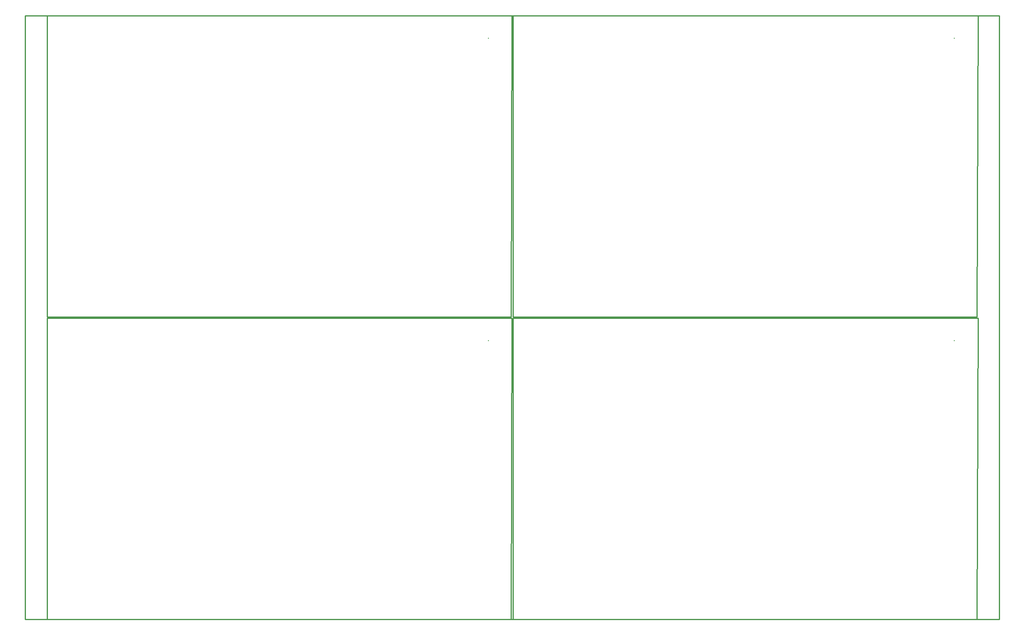
<source format=gm1>
G04*
G04 #@! TF.GenerationSoftware,Altium Limited,Altium Designer,20.0.13 (296)*
G04*
G04 Layer_Color=16711935*
%FSLAX24Y24*%
%MOIN*%
G70*
G01*
G75*
%ADD34C,0.0100*%
D34*
X0Y0D02*
X78900D01*
X0Y51300D02*
X79050D01*
X78700D02*
X79400D01*
X80700D01*
X79400Y0D02*
X80700D01*
X78700D02*
X79400D01*
X80700Y51300D02*
X80700Y0D01*
X-1969D02*
Y51300D01*
X-700D02*
X0D01*
X-1969D02*
X-700D01*
X-1969Y0D02*
X-700D01*
X0D01*
X-100Y25600D02*
X39270D01*
X37329Y23682D02*
X37329Y23682D01*
X39270Y0D02*
X39349Y25600D01*
X33900Y25600D02*
X39349D01*
X-100D02*
X-100Y10D01*
Y0D02*
X39270D01*
X39449Y25600D02*
X78819D01*
X76877Y23682D02*
X76877Y23682D01*
X78819Y0D02*
X78897Y25600D01*
X73449Y25600D02*
X78897D01*
X39449D02*
X39449Y10D01*
Y0D02*
X78819D01*
X-100Y51300D02*
X39270D01*
X37329Y49382D02*
X37329Y49382D01*
X39270Y25700D02*
X39349Y51300D01*
X33900Y51300D02*
X39349D01*
X-100D02*
X-100Y25710D01*
Y25700D02*
X39270D01*
X39449Y51300D02*
X78819D01*
X76877Y49382D02*
X76877Y49382D01*
X78819Y25700D02*
X78897Y51300D01*
X73449Y51300D02*
X78897D01*
X39449D02*
X39449Y25710D01*
Y25700D02*
X78819D01*
X0Y0D02*
X78900D01*
X0Y51300D02*
X79050D01*
X78700D02*
X79400D01*
X80700D01*
X79400Y0D02*
X80700D01*
X78700D02*
X79400D01*
X80700Y51300D02*
X80700Y0D01*
X-1969D02*
Y51300D01*
X-700D02*
X0D01*
X-1969D02*
X-700D01*
X-1969Y0D02*
X-700D01*
X0D01*
X-100Y25600D02*
X39270D01*
X37329Y23682D02*
X37329Y23682D01*
X39270Y0D02*
X39349Y25600D01*
X33900Y25600D02*
X39349D01*
X-100D02*
X-100Y10D01*
Y0D02*
X39270D01*
X39449Y25600D02*
X78819D01*
X76877Y23682D02*
X76877Y23682D01*
X78819Y0D02*
X78897Y25600D01*
X73449Y25600D02*
X78897D01*
X39449D02*
X39449Y10D01*
Y0D02*
X78819D01*
X-100Y51300D02*
X39270D01*
X37329Y49382D02*
X37329Y49382D01*
X39270Y25700D02*
X39349Y51300D01*
X33900Y51300D02*
X39349D01*
X-100D02*
X-100Y25710D01*
Y25700D02*
X39270D01*
X39449Y51300D02*
X78819D01*
X76877Y49382D02*
X76877Y49382D01*
X78819Y25700D02*
X78897Y51300D01*
X73449Y51300D02*
X78897D01*
X39449D02*
X39449Y25710D01*
Y25700D02*
X78819D01*
M02*

</source>
